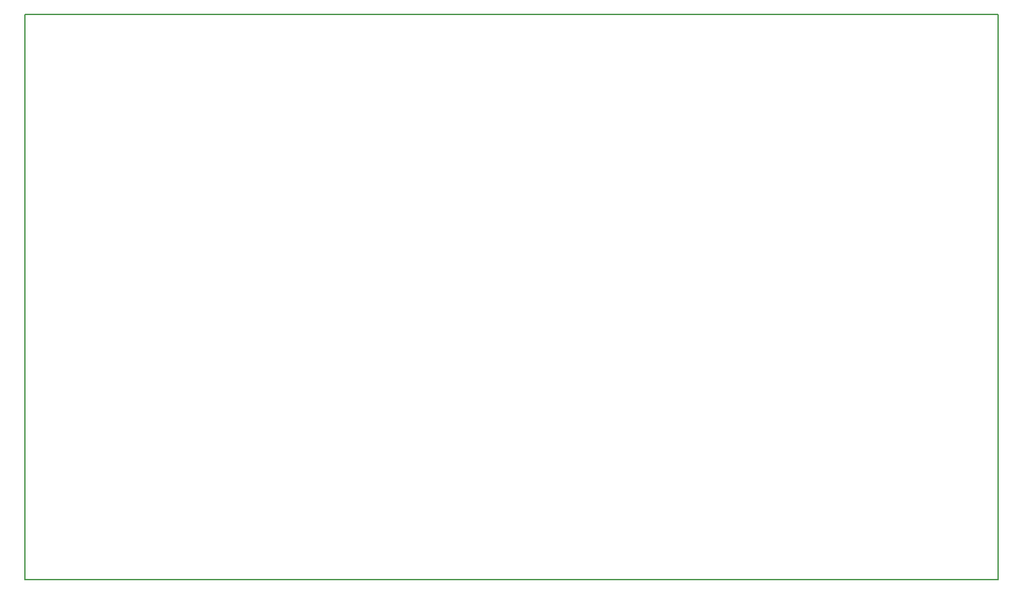
<source format=gm1>
G04 #@! TF.FileFunction,Profile,NP*
%FSLAX46Y46*%
G04 Gerber Fmt 4.6, Leading zero omitted, Abs format (unit mm)*
G04 Created by KiCad (PCBNEW 4.0.7) date 12/26/17 18:21:06*
%MOMM*%
%LPD*%
G01*
G04 APERTURE LIST*
%ADD10C,0.100000*%
%ADD11C,0.150000*%
G04 APERTURE END LIST*
D10*
D11*
X85000000Y-65000000D02*
X85000000Y-138000000D01*
X210750000Y-65000000D02*
X85000000Y-65000000D01*
X210750000Y-138000000D02*
X210750000Y-65000000D01*
X85000000Y-138000000D02*
X210750000Y-138000000D01*
M02*

</source>
